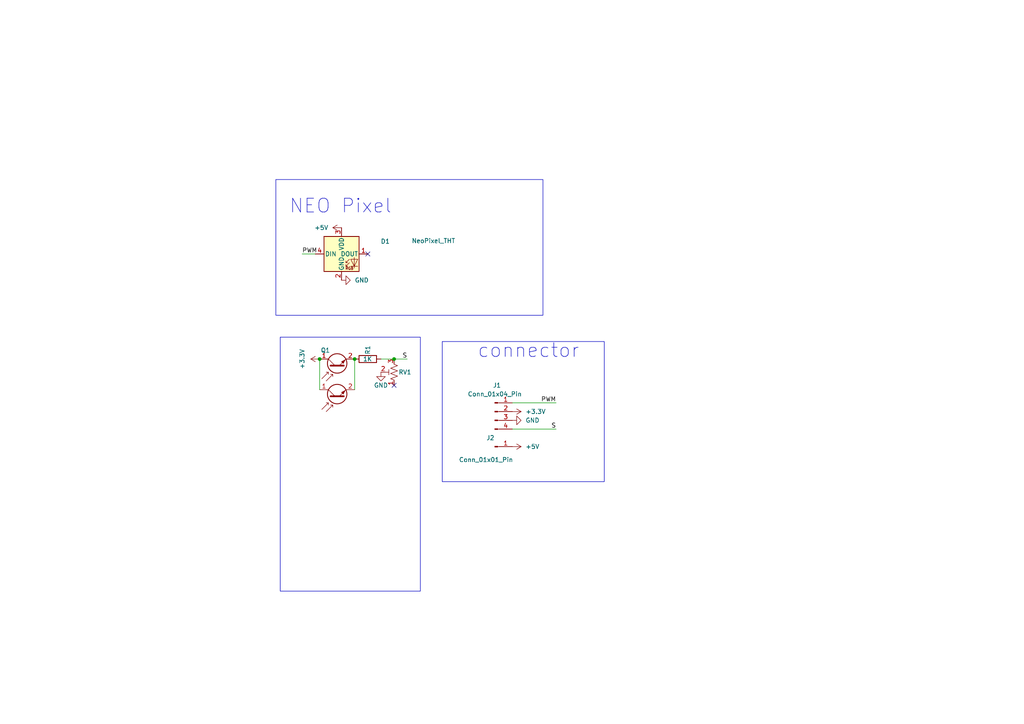
<source format=kicad_sch>
(kicad_sch (version 20230121) (generator eeschema)
  (paper "A4")
  (lib_symbols
    (symbol "Connector:Conn_01x01_Pin" (pin_names (offset 1.016) hide)
      (property "Reference" "J" (at 0 2.54 0))
      (property "Value" "Conn_01x01_Pin" (at 0 -2.54 0))
      (symbol "Conn_01x01_Pin_1_1"
        (polyline (pts (xy 1.27 0) (xy 0.8636 0)) (stroke (width 0.1524)))
        (rectangle (start 0.8636 0.127) (end 0 -0.127) (stroke (width 0.1524)) (fill (type outline)))
        (pin passive line (at 5.08 0 180) (length 3.81) (name "Pin_1") (number "1"))
      )
    )
    (symbol "Connector:Conn_01x04_Pin" (pin_names (offset 1.016) hide)
      (property "Reference" "J" (at 0 5.08 0))
      (property "Value" "Conn_01x04_Pin" (at 0 -7.62 0))
      (symbol "Conn_01x04_Pin_1_1"
        (polyline (pts (xy 1.27 -5.08) (xy 0.8636 -5.08)) (stroke (width 0.1524)))
        (polyline (pts (xy 1.27 -2.54) (xy 0.8636 -2.54)) (stroke (width 0.1524)))
        (polyline (pts (xy 1.27 0) (xy 0.8636 0)) (stroke (width 0.1524)))
        (polyline (pts (xy 1.27 2.54) (xy 0.8636 2.54)) (stroke (width 0.1524)))
        (rectangle (start 0.8636 -4.953) (end 0 -5.207) (stroke (width 0.1524)) (fill (type outline)))
        (rectangle (start 0.8636 -2.413) (end 0 -2.667) (stroke (width 0.1524)) (fill (type outline)))
        (rectangle (start 0.8636 0.127) (end 0 -0.127) (stroke (width 0.1524)) (fill (type outline)))
        (rectangle (start 0.8636 2.667) (end 0 2.413) (stroke (width 0.1524)) (fill (type outline)))
        (pin passive line (at 5.08 2.54 180) (length 3.81) (name "Pin_1") (number "1"))
        (pin passive line (at 5.08 0 180) (length 3.81) (name "Pin_2") (number "2"))
        (pin passive line (at 5.08 -2.54 180) (length 3.81) (name "Pin_3") (number "3"))
        (pin passive line (at 5.08 -5.08 180) (length 3.81) (name "Pin_4") (number "4"))
      )
    )
    (symbol "Device:Q_Photo_NPN" (pin_names (offset 0) hide)
      (property "Reference" "Q" (at 5.08 1.27 0))
      (property "Value" "Q_Photo_NPN" (at 5.08 -1.27 0))
      (symbol "Q_Photo_NPN_0_1"
        (polyline (pts (xy -1.905 1.27) (xy -2.54 1.27)))
        (polyline (pts (xy -1.27 2.54) (xy -1.905 2.54)))
        (polyline (pts (xy 0.635 0.635) (xy 2.54 2.54)))
        (polyline (pts (xy -3.81 3.175) (xy -1.905 1.27) (xy -1.905 1.905)))
        (polyline (pts (xy -3.175 4.445) (xy -1.27 2.54) (xy -1.27 3.175)))
        (polyline (pts (xy 0.635 -0.635) (xy 2.54 -2.54) (xy 2.54 -2.54)))
        (polyline (pts (xy 0.635 1.905) (xy 0.635 -1.905) (xy 0.635 -1.905)) (stroke (width 0.508)))
        (polyline (pts (xy 1.27 -1.778) (xy 1.778 -1.27) (xy 2.286 -2.286) (xy 1.27 -1.778) (xy 1.27 -1.778)) (fill (type outline)))
        (circle (center 1.27 0) (radius 2.8194) (stroke (width 0.254)))
      )
      (symbol "Q_Photo_NPN_1_1"
        (pin passive line (at 2.54 5.08 270) (length 2.54) (name "C") (number "1"))
        (pin passive line (at 2.54 -5.08 90) (length 2.54) (name "E") (number "2"))
      )
    )
    (symbol "Device:R" (pin_numbers hide) (pin_names (offset 0))
      (property "Reference" "R" (at 2.032 0 90))
      (property "Value" "R" (at 0 0 90))
      (symbol "R_0_1"
        (rectangle (start -1.016 -2.54) (end 1.016 2.54) (stroke (width 0.254)))
      )
      (symbol "R_1_1"
        (pin passive line (at 0 3.81 270) (length 1.27) (name "~") (number "1"))
        (pin passive line (at 0 -3.81 90) (length 1.27) (name "~") (number "2"))
      )
    )
    (symbol "Device:R_Potentiometer_Trim_US" (pin_names (offset 1.016) hide)
      (property "Reference" "RV" (at -4.445 0 90))
      (property "Value" "R_Potentiometer_Trim_US" (at -2.54 0 90))
      (symbol "R_Potentiometer_Trim_US_0_1"
        (polyline (pts (xy 0 -2.286) (xy 0 -2.54)))
        (polyline (pts (xy 0 2.286) (xy 0 2.54)))
        (polyline (pts (xy 1.524 0.762) (xy 1.524 -0.762)))
        (polyline (pts (xy 2.54 0) (xy 1.524 0)))
        (polyline (pts (xy 0 -0.762) (xy 1.016 -1.143) (xy 0 -1.524) (xy -1.016 -1.905) (xy 0 -2.286)))
        (polyline (pts (xy 0 0.762) (xy 1.016 0.381) (xy 0 0) (xy -1.016 -0.381) (xy 0 -0.762)))
        (polyline (pts (xy 0 2.286) (xy 1.016 1.905) (xy 0 1.524) (xy -1.016 1.143) (xy 0 0.762)))
      )
      (symbol "R_Potentiometer_Trim_US_1_1"
        (pin passive line (at 0 3.81 270) (length 1.27) (name "1") (number "1"))
        (pin passive line (at 3.81 0 180) (length 1.27) (name "2") (number "2"))
        (pin passive line (at 0 -3.81 90) (length 1.27) (name "3") (number "3"))
      )
    )
    (symbol "LED:NeoPixel_THT" (pin_names (offset 0.254))
      (property "Reference" "D" (at 5.08 5.715 0))
      (property "Value" "NeoPixel_THT" (at 1.27 -5.715 0))
      (symbol "NeoPixel_THT_0_0"
        (text "RGB" (at 2.286 -4.191 0) (effects (font (size 0.762 0.762))))
      )
      (symbol "NeoPixel_THT_0_1"
        (polyline (pts (xy 1.27 -3.556) (xy 1.778 -3.556)))
        (polyline (pts (xy 1.27 -2.54) (xy 1.778 -2.54)))
        (polyline (pts (xy 4.699 -3.556) (xy 2.667 -3.556)))
        (polyline (pts (xy 2.286 -2.54) (xy 1.27 -3.556) (xy 1.27 -3.048)))
        (polyline (pts (xy 2.286 -1.524) (xy 1.27 -2.54) (xy 1.27 -2.032)))
        (polyline (pts (xy 3.683 -1.016) (xy 3.683 -3.556) (xy 3.683 -4.064)))
        (polyline (pts (xy 4.699 -1.524) (xy 2.667 -1.524) (xy 3.683 -3.556) (xy 4.699 -1.524)))
        (rectangle (start 5.08 5.08) (end -5.08 -5.08) (stroke (width 0.254)) (fill (type background)))
      )
      (symbol "NeoPixel_THT_1_1"
        (pin output line (at 7.62 0 180) (length 2.54) (name "DOUT") (number "1"))
        (pin power_in line (at 0 -7.62 90) (length 2.54) (name "GND") (number "2"))
        (pin power_in line (at 0 7.62 270) (length 2.54) (name "VDD") (number "3"))
        (pin input line (at -7.62 0 0) (length 2.54) (name "DIN") (number "4"))
      )
    )
    (symbol "power:+3.3V" (power) (pin_names (offset 0))
      (property "Value" "+3.3V" (at 0 3.556 0))
      (symbol "+3.3V_0_1"
        (polyline (pts (xy -0.762 1.27) (xy 0 2.54)))
        (polyline (pts (xy 0 0) (xy 0 2.54)))
        (polyline (pts (xy 0 2.54) (xy 0.762 1.27)))
      )
      (symbol "+3.3V_1_1"
        (pin power_in line (at 0 0 90) (length 0) hide (name "+3.3V") (number "1"))
      )
    )
    (symbol "power:+5V" (power) (pin_names (offset 0))
      (property "Value" "+5V" (at 0 3.556 0))
      (symbol "+5V_0_1"
        (polyline (pts (xy -0.762 1.27) (xy 0 2.54)))
        (polyline (pts (xy 0 0) (xy 0 2.54)))
        (polyline (pts (xy 0 2.54) (xy 0.762 1.27)))
      )
      (symbol "+5V_1_1"
        (pin power_in line (at 0 0 90) (length 0) hide (name "+5V") (number "1"))
      )
    )
    (symbol "power:GND" (power) (pin_names (offset 0))
      (property "Value" "GND" (at 0 -3.81 0))
      (symbol "GND_0_1"
        (polyline (pts (xy 0 0) (xy 0 -1.27) (xy 1.27 -1.27) (xy 0 -2.54) (xy -1.27 -1.27) (xy 0 -1.27)))
      )
      (symbol "GND_1_1"
        (pin power_in line (at 0 0 270) (length 0) hide (name "GND") (number "1"))
      )
    )
  )
  (junction (at 92.71 104.14))
  (junction (at 114.3 104.14))
  (junction (at 102.87 104.14))
  (no_connect (at 114.3 111.76))
  (no_connect (at 106.68 73.66))
  (wire (pts (xy 110.49 104.14) (xy 114.3 104.14)))
  (wire (pts (xy 161.29 116.84) (xy 148.59 116.84)))
  (wire (pts (xy 114.3 104.14) (xy 118.11 104.14)))
  (wire (pts (xy 92.71 104.14) (xy 92.71 113.03)))
  (wire (pts (xy 102.87 104.14) (xy 102.87 113.03)))
  (wire (pts (xy 161.29 124.46) (xy 148.59 124.46)))
  (wire (pts (xy 87.63 73.66) (xy 91.44 73.66)))
  (rectangle (start 128.27 99.06) (end 175.26 139.7))
  (rectangle (start 81.28 97.79) (end 121.92 171.45))
  (rectangle (start 80.01 52.07) (end 157.48 91.44))
  (text "NEO Pixel\n" (at 83.82 62.23 0) (effects (font (size 4 4)) (justify left bottom)))
  (text "connector" (at 138.43 104.14 0) (effects (font (size 4 4)) (justify left bottom)))
  (label "PWM" (at 87.63 73.66 0))
  (label "S" (at 161.29 124.46 180))
  (label "S" (at 118.11 104.14 180))
  (label "PWM" (at 161.29 116.84 180))
  (symbol (lib_id "power:+5V") (at 148.59 129.54 270) (unit 1)
    (property "Reference" "#PWR07" (effects hide))
    (property "Value" "+5V" (at 152.4 129.54 90) (effects (justify left)))
  )
  (symbol (lib_id "power:GND") (at 110.49 107.95 0) (unit 1)
    (property "Reference" "#PWR03" (effects hide))
    (property "Value" "GND" (at 110.49 111.76 0))
  )
  (symbol (lib_id "Connector:Conn_01x01_Pin") (at 143.51 129.54 0) (unit 1)
    (property "Reference" "J2" (at 142.24 127 0))
    (property "Value" "Conn_01x01_Pin" (at 140.97 133.35 0))
    (property "Footprint" "Connector_PinHeader_2.54mm:PinHeader_1x01_P2.54mm_Vertical" (effects hide))
  )
  (symbol (lib_id "LED:NeoPixel_THT") (at 99.06 73.66 0) (unit 1)
    (property "Reference" "D1" (at 111.76 70.0121 0))
    (property "Value" "NeoPixel_THT" (at 125.73 69.85 0))
    (property "Footprint" "LED_SMD:LED_WS2812B-2020_PLCC4_2.0x2.0mm" (effects hide))
    (property "Datasheet" "https://www.adafruit.com/product/1938" (effects hide))
  )
  (symbol (lib_id "Connector:Conn_01x04_Pin") (at 143.51 119.38 0) (unit 1)
    (property "Reference" "J1" (at 144.145 111.76 0))
    (property "Value" "Conn_01x04_Pin" (at 143.51 114.3 0))
    (property "Footprint" "Connector_PinHeader_2.54mm:PinHeader_1x04_P2.54mm_Horizontal" (effects hide))
  )
  (symbol (lib_id "power:+5V") (at 99.06 66.04 90) (unit 1)
    (property "Reference" "#PWR02" (effects hide))
    (property "Value" "+5V" (at 95.25 66.04 90) (effects (justify left)))
  )
  (symbol (lib_id "power:GND") (at 99.06 81.28 90) (unit 1)
    (property "Reference" "#PWR04" (effects hide))
    (property "Value" "GND" (at 102.87 81.28 90) (effects (justify right)))
  )
  (symbol (lib_id "power:+3.3V") (at 92.71 104.14 90) (unit 1)
    (property "Reference" "#PWR01" (effects hide))
    (property "Value" "+3.3V" (at 87.63 104.14 0))
  )
  (symbol (lib_id "power:GND") (at 148.59 121.92 90) (unit 1)
    (property "Reference" "#PWR06" (effects hide))
    (property "Value" "GND" (at 152.4 121.92 90) (effects (justify right)))
  )
  (symbol (lib_id "Device:R_Potentiometer_Trim_US") (at 114.3 107.95 180) (unit 1)
    (property "Reference" "RV1" (at 115.57 107.95 0) (effects (justify right)))
    (property "Value" "R_Potentiometer_Trim_US" (effects hide))
    (property "Footprint" "Potentiometer_SMD:Potentiometer_Vishay_TS53YJ_Vertical" (effects hide))
  )
  (symbol (lib_id "power:+3.3V") (at 148.59 119.38 270) (unit 1)
    (property "Reference" "#PWR05" (effects hide))
    (property "Value" "+3.3V" (at 152.4 119.38 90) (effects (justify left)))
  )
  (symbol (lib_id "Device:Q_Photo_NPN") (at 97.79 106.68 90) (unit 1)
    (property "Reference" "Q1" (at 95.7707 101.6 90) (effects (justify left)))
    (property "Value" "Q_Photo_NPN" (effects hide))
    (property "Footprint" "LED_THT:LED_D3.0mm_Clear" (effects hide))
  )
  (symbol (lib_id "Device:Q_Photo_NPN") (at 97.79 115.57 90) (unit 1)
    (property "Reference" "Q2" (effects hide))
    (property "Value" "Q_Photo_NPN" (effects hide))
    (property "Footprint" "LED_THT:LED_D3.0mm_Clear" (effects hide))
  )
  (symbol (lib_id "Device:R") (at 106.68 104.14 270) (unit 1)
    (property "Reference" "R1" (at 106.68 102.87 0) (effects (justify right)))
    (property "Value" "1K" (at 107.95 104.14 90) (effects (justify right)))
    (property "Footprint" "Resistor_SMD:R_2010_5025Metric" (effects hide))
  )
)
</source>
